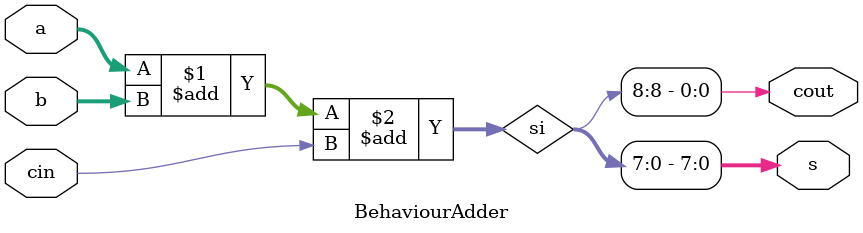
<source format=v>

module BehaviourAdder(a, b, cin, s, cout);
   parameter N = 8;

   input [N-1:0] a, b; input 	 cin;
   output [N-1:0] s;   output 	  cout; 

   wire [N:0] 	  si;  // internal sum
   
   assign si = a + b + cin;
   assign {cout,s} = si;
   
endmodule

</source>
